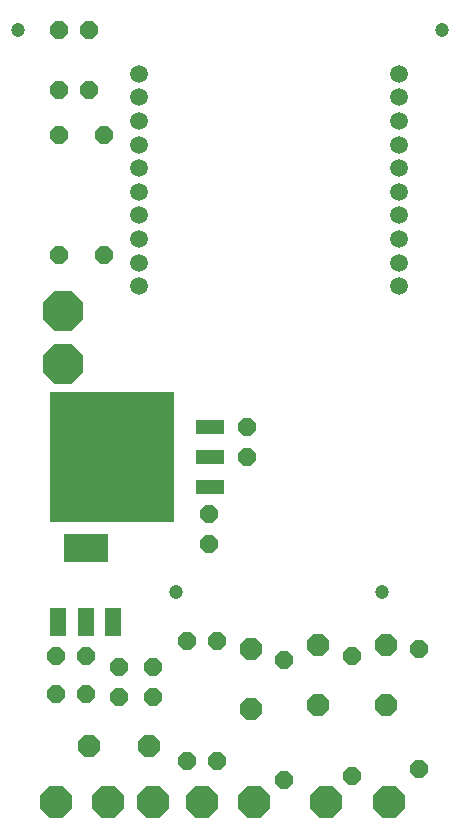
<source format=gts>
G75*
%MOIN*%
%OFA0B0*%
%FSLAX25Y25*%
%IPPOS*%
%LPD*%
%AMOC8*
5,1,8,0,0,1.08239X$1,22.5*
%
%ADD10C,0.04737*%
%ADD11OC8,0.06000*%
%ADD12OC8,0.07100*%
%ADD13R,0.05599X0.09599*%
%ADD14R,0.14973X0.09461*%
%ADD15OC8,0.10800*%
%ADD16C,0.05950*%
%ADD17OC8,0.13300*%
%ADD18R,0.41784X0.43320*%
%ADD19R,0.09300X0.05000*%
D10*
X0069300Y0090550D03*
X0138050Y0090550D03*
X0158050Y0278050D03*
X0016800Y0278050D03*
D11*
X0030550Y0278050D03*
X0040550Y0278050D03*
X0040550Y0258050D03*
X0045550Y0243050D03*
X0030550Y0243050D03*
X0030550Y0258050D03*
X0030550Y0203050D03*
X0045550Y0203050D03*
X0093050Y0145550D03*
X0093050Y0135550D03*
X0080550Y0116800D03*
X0080550Y0106800D03*
X0083050Y0074300D03*
X0073050Y0074300D03*
X0061800Y0065550D03*
X0061800Y0055550D03*
X0050550Y0055550D03*
X0050550Y0065550D03*
X0039300Y0069300D03*
X0039300Y0056800D03*
X0029300Y0056800D03*
X0029300Y0069300D03*
X0073050Y0034300D03*
X0083050Y0034300D03*
X0105550Y0028050D03*
X0128050Y0029300D03*
X0150550Y0031800D03*
X0128050Y0069300D03*
X0105550Y0068050D03*
X0150550Y0071800D03*
D12*
X0139300Y0073050D03*
X0139300Y0053050D03*
X0116800Y0053050D03*
X0116800Y0073050D03*
X0094300Y0071800D03*
X0094300Y0051800D03*
X0060550Y0039300D03*
X0040550Y0039300D03*
D13*
X0039300Y0080849D03*
X0030202Y0080849D03*
X0048398Y0080849D03*
D14*
X0039300Y0105251D03*
D15*
X0029300Y0020550D03*
X0046800Y0020550D03*
X0061800Y0020550D03*
X0078050Y0020550D03*
X0095550Y0020550D03*
X0119300Y0020550D03*
X0140550Y0020550D03*
D16*
X0143857Y0192617D03*
X0143857Y0200491D03*
X0143857Y0208365D03*
X0143857Y0216239D03*
X0143857Y0224113D03*
X0143857Y0231987D03*
X0143857Y0239861D03*
X0143857Y0247735D03*
X0143857Y0255609D03*
X0143857Y0263483D03*
X0057243Y0263483D03*
X0057243Y0255609D03*
X0057243Y0247735D03*
X0057243Y0239861D03*
X0057243Y0231987D03*
X0057243Y0224113D03*
X0057243Y0216239D03*
X0057243Y0208365D03*
X0057243Y0200491D03*
X0057243Y0192617D03*
D17*
X0031800Y0184300D03*
X0031800Y0166800D03*
D18*
X0048050Y0135550D03*
D19*
X0080850Y0135550D03*
X0080850Y0145550D03*
X0080850Y0125550D03*
M02*

</source>
